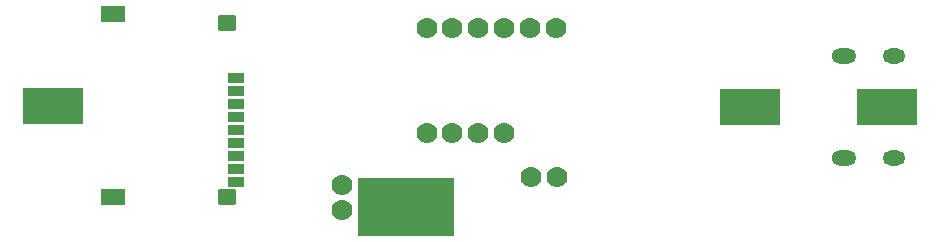
<source format=gbs>
G04 Layer: BottomSolderMaskLayer*
G04 EasyEDA v6.5.29, 2023-07-07 16:20:56*
G04 d9f499156d004e84aee0404722c7e58c,63a96235fadc4189ab89c93b90d034ab,10*
G04 Gerber Generator version 0.2*
G04 Scale: 100 percent, Rotated: No, Reflected: No *
G04 Dimensions in millimeters *
G04 leading zeros omitted , absolute positions ,4 integer and 5 decimal *
%FSLAX45Y45*%
%MOMM*%

%AMMACRO1*1,1,$1,$2,$3*1,1,$1,$4,$5*1,1,$1,0-$2,0-$3*1,1,$1,0-$4,0-$5*20,1,$1,$2,$3,$4,$5,0*20,1,$1,$4,$5,0-$2,0-$3,0*20,1,$1,0-$2,0-$3,0-$4,0-$5,0*20,1,$1,0-$4,0-$5,$2,$3,0*4,1,4,$2,$3,$4,$5,0-$2,0-$3,0-$4,0-$5,$2,$3,0*%
%ADD10C,1.7780*%
%ADD11MACRO1,0.1016X-2.5X-1.5X-2.5X1.5*%
%ADD12MACRO1,0.1016X0.65X-0.35X0.65X0.35*%
%ADD13MACRO1,0.1016X0.6985X-0.6X0.6985X0.6*%
%ADD14MACRO1,0.1016X1X-0.6X1X0.6*%
%ADD15O,1.9015964X1.3015976000000002*%
%ADD16O,2.1015960000000002X1.3015976000000002*%

%LPD*%
G36*
X-5370118Y7389977D02*
G01*
X-5370118Y6900011D01*
X-4560112Y6900011D01*
X-4560112Y7389977D01*
G37*
D10*
G01*
X-4789982Y7769987D03*
G01*
X-4580001Y7769987D03*
G01*
X-4359986Y7769987D03*
G01*
X-4139996Y7769987D03*
G01*
X-4789982Y8659977D03*
G01*
X-4580001Y8659977D03*
G01*
X-4359986Y8659977D03*
G01*
X-4139996Y8659977D03*
G01*
X-5509996Y7119975D03*
G01*
X-5509996Y7329982D03*
G01*
X-3689985Y7399985D03*
G01*
X-3909999Y7399985D03*
D11*
G01*
X-894996Y7994990D03*
D10*
G01*
X-3699992Y8659977D03*
G01*
X-3919981Y8659977D03*
D11*
G01*
X-7960006Y8000004D03*
G01*
X-2055004Y7995015D03*
D12*
G01*
X-6410004Y8239163D03*
G01*
X-6410182Y8129206D03*
G01*
X-6410004Y8019554D03*
G01*
X-6410004Y7909623D03*
G01*
X-6410004Y7799743D03*
G01*
X-6410004Y7689913D03*
G01*
X-6410004Y7580261D03*
G01*
X-6410004Y7470457D03*
G01*
X-6410004Y7360069D03*
D13*
G01*
X-6479829Y7235304D03*
G01*
X-6479829Y8708504D03*
D14*
G01*
X-7450007Y8784704D03*
G01*
X-7450007Y7235304D03*
D15*
G01*
X-836676Y8427593D03*
D16*
G01*
X-1256664Y8427593D03*
G01*
X-1256664Y7562570D03*
D15*
G01*
X-836676Y7562570D03*
M02*

</source>
